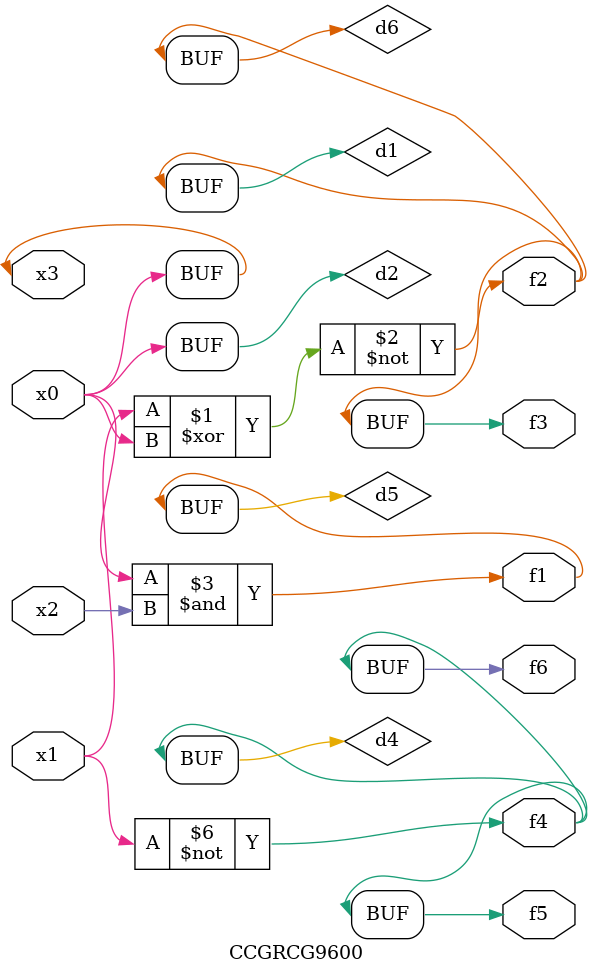
<source format=v>
module CCGRCG9600(
	input x0, x1, x2, x3,
	output f1, f2, f3, f4, f5, f6
);

	wire d1, d2, d3, d4, d5, d6;

	xnor (d1, x1, x3);
	buf (d2, x0, x3);
	nand (d3, x0, x2);
	not (d4, x1);
	nand (d5, d3);
	or (d6, d1);
	assign f1 = d5;
	assign f2 = d6;
	assign f3 = d6;
	assign f4 = d4;
	assign f5 = d4;
	assign f6 = d4;
endmodule

</source>
